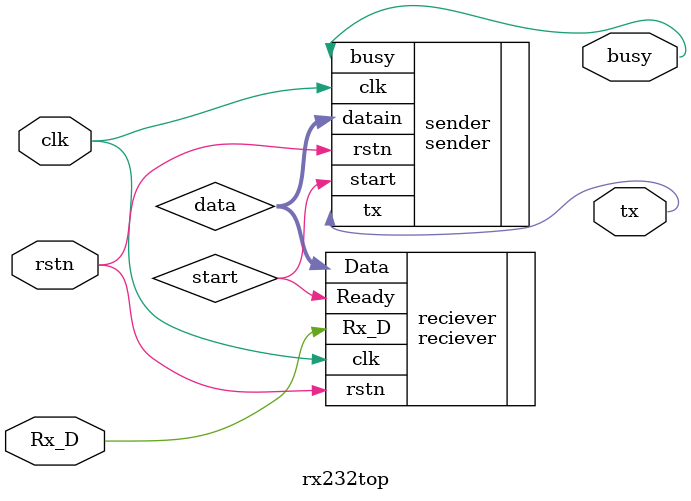
<source format=v>
module rx232top (
    clk,
    rstn,
    tx,
    Rx_D,
    busy
);

input clk;
input rstn;
input Rx_D;
output tx;
output busy;

wire [7:0] data;
wire start;

reciever reciever(
    .clk(clk),
    .rstn(rstn),
    .Rx_D(Rx_D),
    .Data(data),
    .Ready(start)
);

sender sender(
    .datain(data),
    .start(start),
    .clk(clk),
    .rstn(rstn),
    .tx(tx),
    .busy(busy)
);

endmodule //rx232top

</source>
